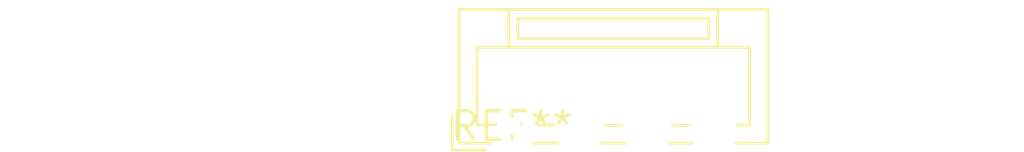
<source format=kicad_pcb>
(kicad_pcb (version 20240108) (generator pcbnew)
  (layers (0 "F.Cu" signal) (31 "B.Cu" signal) (34 "B.Paste" user) (35 "F.Paste" user) (36 "B.SilkS" user "B.Silkscreen") (37 "F.SilkS" user "F.Silkscreen") (38 "B.Mask" user) (39 "F.Mask" user) (44 "Edge.Cuts" user))
  (net 0 "")
  (footprint "JST_ZE_B07B-ZESK-D_1x07_P1.50mm_Vertical" (layer "F.Cu") (at 0 0)
    (property "Reference" "REF**")
    (property "Value" "JST_ZE_B07B-ZESK-D_1x07_P1.50mm_Vertical")
    (fp_line (start -2.66 -0.44) (end -2.66 1.06) (layer "F.SilkS") (stroke (width 0.12)))
    (fp_line (start -2.66 1.06) (end -1.16 1.06) (layer "F.SilkS") (stroke (width 0.12)))
    (fp_line (start -2.36 -5.21) (end 11.36 -5.21) (layer "F.SilkS") (stroke (width 0.12)))
    (fp_line (start -2.36 0.76) (end -2.36 -5.21) (layer "F.SilkS") (stroke (width 0.12)))
    (fp_line (start -1.56 -3.51) (end -1.56 -0.04) (layer "F.SilkS") (stroke (width 0.12)))
    (fp_line (start -1.56 -0.04) (end -1 -0.04) (layer "F.SilkS") (stroke (width 0.12)))
    (fp_line (start -0.96 0.76) (end -2.36 0.76) (layer "F.SilkS") (stroke (width 0.12)))
    (fp_line (start -0.14 -5.21) (end -0.14 -3.51) (layer "F.SilkS") (stroke (width 0.12)))
    (fp_line (start -0.14 -3.51) (end -1.56 -3.51) (layer "F.SilkS") (stroke (width 0.12)))
    (fp_line (start -0.14 -3.51) (end 9.14 -3.51) (layer "F.SilkS") (stroke (width 0.12)))
    (fp_line (start 0.26 -4.81) (end 0.26 -3.91) (layer "F.SilkS") (stroke (width 0.12)))
    (fp_line (start 0.26 -3.91) (end 8.74 -3.91) (layer "F.SilkS") (stroke (width 0.12)))
    (fp_line (start 0.96 0.76) (end 2.04 0.76) (layer "F.SilkS") (stroke (width 0.12)))
    (fp_line (start 1.135 -0.04) (end 1.865 -0.04) (layer "F.SilkS") (stroke (width 0.12)))
    (fp_line (start 3.96 0.76) (end 5.04 0.76) (layer "F.SilkS") (stroke (width 0.12)))
    (fp_line (start 4.135 -0.04) (end 4.865 -0.04) (layer "F.SilkS") (stroke (width 0.12)))
    (fp_line (start 6.96 0.76) (end 8.04 0.76) (layer "F.SilkS") (stroke (width 0.12)))
    (fp_line (start 7.135 -0.04) (end 7.865 -0.04) (layer "F.SilkS") (stroke (width 0.12)))
    (fp_line (start 8.74 -4.81) (end 0.26 -4.81) (layer "F.SilkS") (stroke (width 0.12)))
    (fp_line (start 8.74 -3.91) (end 8.74 -4.81) (layer "F.SilkS") (stroke (width 0.12)))
    (fp_line (start 9.14 -5.21) (end -0.14 -5.21) (layer "F.SilkS") (stroke (width 0.12)))
    (fp_line (start 9.14 -3.51) (end 9.14 -5.21) (layer "F.SilkS") (stroke (width 0.12)))
    (fp_line (start 9.14 -3.51) (end 10.56 -3.51) (layer "F.SilkS") (stroke (width 0.12)))
    (fp_line (start 10.56 -3.51) (end 10.56 -0.04) (layer "F.SilkS") (stroke (width 0.12)))
    (fp_line (start 10.56 -0.04) (end 10 -0.04) (layer "F.SilkS") (stroke (width 0.12)))
    (fp_line (start 11.36 -5.21) (end 11.36 0.76) (layer "F.SilkS") (stroke (width 0.12)))
    (fp_line (start 11.36 0.76) (end 9.96 0.76) (layer "F.SilkS") (stroke (width 0.12)))
    (pad "1" thru_hole custom (at 0 0) (size 1.117157 1.117157) (drill 0.75) (layers *.Cu *.Mask) (remove_unused_layers) (options (clearance outline) (anchor circle)) (primitives (gr_poly (pts (xy 0.45 -0.225) (xy 0.45 0.625) (xy -0.45 0.625) (xy -0.45 -0.625) (xy 0.05 -0.625)) (width 0.5) (fill yes))))
    (pad "2" thru_hole oval (at 1.5 -2) (size 1.4 1.75) (drill 0.75) (layers *.Cu *.Mask) (remove_unused_layers))
    (pad "3" thru_hole oval (at 3 0) (size 1.4 1.75) (drill 0.75) (layers *.Cu *.Mask) (remove_unused_layers))
    (pad "4" thru_hole oval (at 4.5 -2) (size 1.4 1.75) (drill 0.75) (layers *.Cu *.Mask) (remove_unused_layers))
    (pad "5" thru_hole oval (at 6 0) (size 1.4 1.75) (drill 0.75) (layers *.Cu *.Mask) (remove_unused_layers))
    (pad "6" thru_hole oval (at 7.5 -2) (size 1.4 1.75) (drill 0.75) (layers *.Cu *.Mask) (remove_unused_layers))
    (pad "7" thru_hole oval (at 9 0) (size 1.4 1.75) (drill 0.75) (layers *.Cu *.Mask) (remove_unused_layers))
  )
)
</source>
